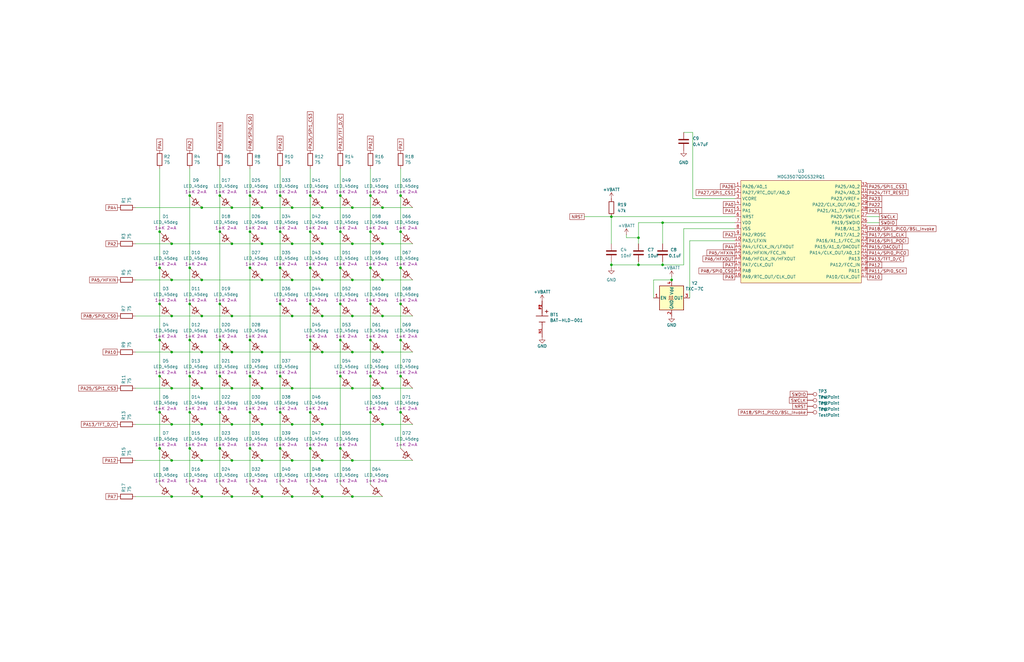
<source format=kicad_sch>
(kicad_sch (version 20250114) (generator "eeschema") (generator_version "9.0")
  (paper "USLedger")
  (junction (at 143.51 113.03))
  (junction (at 130.81 97.79))
  (junction (at 72.39 118.11))
  (junction (at 85.09 163.83))
  (junction (at 148.59 118.11))
  (junction (at 118.11 128.27))
  (junction (at 110.49 209.55))
  (junction (at 135.89 133.35))
  (junction (at 123.19 209.55))
  (junction (at 110.49 179.07))
  (junction (at 123.19 133.35))
  (junction (at 97.79 163.83))
  (junction (at 123.19 163.83))
  (junction (at 148.59 133.35))
  (junction (at 143.51 128.27))
  (junction (at 85.09 194.31))
  (junction (at 72.39 209.55))
  (junction (at 135.89 118.11))
  (junction (at 85.09 87.63))
  (junction (at 97.79 209.55))
  (junction (at 143.51 143.51))
  (junction (at 168.91 173.99))
  (junction (at 67.31 189.23))
  (junction (at 80.01 158.75))
  (junction (at 148.59 87.63))
  (junction (at 161.29 148.59))
  (junction (at 80.01 189.23))
  (junction (at 148.59 194.31))
  (junction (at 257.81 91.44))
  (junction (at 80.01 82.55))
  (junction (at 156.21 173.99))
  (junction (at 67.31 158.75))
  (junction (at 135.89 148.59))
  (junction (at 85.09 133.35))
  (junction (at 148.59 148.59))
  (junction (at 92.71 128.27))
  (junction (at 161.29 163.83))
  (junction (at 67.31 173.99))
  (junction (at 97.79 87.63))
  (junction (at 72.39 163.83))
  (junction (at 105.41 173.99))
  (junction (at 148.59 163.83))
  (junction (at 72.39 133.35))
  (junction (at 92.71 82.55))
  (junction (at 97.79 194.31))
  (junction (at 110.49 194.31))
  (junction (at 269.24 100.33))
  (junction (at 279.4 93.98))
  (junction (at 168.91 97.79))
  (junction (at 92.71 97.79))
  (junction (at 72.39 194.31))
  (junction (at 118.11 82.55))
  (junction (at 156.21 143.51))
  (junction (at 97.79 133.35))
  (junction (at 130.81 82.55))
  (junction (at 80.01 113.03))
  (junction (at 148.59 102.87))
  (junction (at 92.71 158.75))
  (junction (at 110.49 118.11))
  (junction (at 143.51 189.23))
  (junction (at 105.41 82.55))
  (junction (at 118.11 189.23))
  (junction (at 97.79 179.07))
  (junction (at 168.91 113.03))
  (junction (at 118.11 113.03))
  (junction (at 161.29 133.35))
  (junction (at 269.24 111.76))
  (junction (at 67.31 143.51))
  (junction (at 105.41 97.79))
  (junction (at 85.09 148.59))
  (junction (at 156.21 128.27))
  (junction (at 118.11 97.79))
  (junction (at 135.89 194.31))
  (junction (at 118.11 158.75))
  (junction (at 143.51 97.79))
  (junction (at 97.79 148.59))
  (junction (at 135.89 179.07))
  (junction (at 123.19 118.11))
  (junction (at 130.81 113.03))
  (junction (at 168.91 128.27))
  (junction (at 110.49 163.83))
  (junction (at 80.01 173.99))
  (junction (at 97.79 102.87))
  (junction (at 110.49 87.63))
  (junction (at 161.29 179.07))
  (junction (at 148.59 209.55))
  (junction (at 92.71 143.51))
  (junction (at 257.81 111.76))
  (junction (at 118.11 173.99))
  (junction (at 72.39 148.59))
  (junction (at 161.29 102.87))
  (junction (at 105.41 158.75))
  (junction (at 72.39 179.07))
  (junction (at 67.31 113.03))
  (junction (at 156.21 97.79))
  (junction (at 123.19 102.87))
  (junction (at 105.41 143.51))
  (junction (at 135.89 87.63))
  (junction (at 143.51 82.55))
  (junction (at 283.21 118.11))
  (junction (at 130.81 189.23))
  (junction (at 72.39 102.87))
  (junction (at 110.49 148.59))
  (junction (at 67.31 97.79))
  (junction (at 143.51 158.75))
  (junction (at 123.19 194.31))
  (junction (at 135.89 102.87))
  (junction (at 279.4 111.76))
  (junction (at 110.49 102.87))
  (junction (at 161.29 118.11))
  (junction (at 85.09 118.11))
  (junction (at 156.21 82.55))
  (junction (at 67.31 128.27))
  (junction (at 168.91 143.51))
  (junction (at 130.81 143.51))
  (junction (at 92.71 173.99))
  (junction (at 156.21 113.03))
  (junction (at 80.01 128.27))
  (junction (at 168.91 82.55))
  (junction (at 135.89 209.55))
  (junction (at 105.41 113.03))
  (junction (at 123.19 87.63))
  (junction (at 80.01 143.51))
  (junction (at 123.19 179.07))
  (junction (at 92.71 189.23))
  (junction (at 105.41 189.23))
  (junction (at 130.81 128.27))
  (junction (at 85.09 209.55))
  (junction (at 85.09 179.07))
  (junction (at 161.29 87.63))
  (junction (at 168.91 158.75))
  (junction (at 130.81 173.99))
  (junction (at 156.21 158.75))
  (wire (pts (xy 279.4 110.49) (xy 279.4 111.76)))
  (wire (pts (xy 72.39 163.83) (xy 85.09 163.83)))
  (wire (pts (xy 118.11 71.12) (xy 118.11 82.55)))
  (wire (pts (xy 161.29 163.83) (xy 173.99 163.83)))
  (wire (pts (xy 72.39 118.11) (xy 85.09 118.11)))
  (wire (pts (xy 92.71 128.27) (xy 92.71 143.51)))
  (wire (pts (xy 279.4 93.98) (xy 309.88 93.98)))
  (wire (pts (xy 123.19 87.63) (xy 135.89 87.63)))
  (wire (pts (xy 57.15 133.35) (xy 72.39 133.35)))
  (wire (pts (xy 143.51 158.75) (xy 143.51 189.23)))
  (wire (pts (xy 148.59 209.55) (xy 161.29 209.55)))
  (wire (pts (xy 269.24 93.98) (xy 279.4 93.98)))
  (wire (pts (xy 110.49 194.31) (xy 123.19 194.31)))
  (wire (pts (xy 110.49 87.63) (xy 123.19 87.63)))
  (wire (pts (xy 130.81 143.51) (xy 130.81 173.99)))
  (wire (pts (xy 57.15 209.55) (xy 72.39 209.55)))
  (wire (pts (xy 168.91 158.75) (xy 168.91 173.99)))
  (wire (pts (xy 72.39 133.35) (xy 85.09 133.35)))
  (wire (pts (xy 135.89 118.11) (xy 148.59 118.11)))
  (wire (pts (xy 57.15 163.83) (xy 72.39 163.83)))
  (wire (pts (xy 148.59 118.11) (xy 161.29 118.11)))
  (wire (pts (xy 275.59 125.73) (xy 275.59 118.11)))
  (wire (pts (xy 161.29 179.07) (xy 173.99 179.07)))
  (wire (pts (xy 123.19 209.55) (xy 135.89 209.55)))
  (wire (pts (xy 67.31 158.75) (xy 67.31 173.99)))
  (wire (pts (xy 161.29 102.87) (xy 173.99 102.87)))
  (wire (pts (xy 85.09 133.35) (xy 97.79 133.35)))
  (wire (pts (xy 67.31 173.99) (xy 67.31 189.23)))
  (wire (pts (xy 118.11 128.27) (xy 118.11 158.75)))
  (wire (pts (xy 156.21 97.79) (xy 156.21 113.03)))
  (wire (pts (xy 110.49 209.55) (xy 123.19 209.55)))
  (wire (pts (xy 123.19 133.35) (xy 135.89 133.35)))
  (wire (pts (xy 85.09 163.83) (xy 97.79 163.83)))
  (wire (pts (xy 156.21 158.75) (xy 156.21 173.99)))
  (wire (pts (xy 118.11 158.75) (xy 118.11 173.99)))
  (wire (pts (xy 80.01 173.99) (xy 80.01 189.23)))
  (wire (pts (xy 67.31 97.79) (xy 67.31 113.03)))
  (wire (pts (xy 92.71 82.55) (xy 92.71 97.79)))
  (wire (pts (xy 85.09 209.55) (xy 97.79 209.55)))
  (wire (pts (xy 105.41 158.75) (xy 105.41 173.99)))
  (wire (pts (xy 156.21 82.55) (xy 156.21 97.79)))
  (wire (pts (xy 135.89 194.31) (xy 148.59 194.31)))
  (wire (pts (xy 80.01 158.75) (xy 80.01 173.99)))
  (wire (pts (xy 72.39 194.31) (xy 85.09 194.31)))
  (wire (pts (xy 105.41 71.12) (xy 105.41 82.55)))
  (wire (pts (xy 67.31 128.27) (xy 67.31 143.51)))
  (wire (pts (xy 97.79 148.59) (xy 110.49 148.59)))
  (wire (pts (xy 92.71 97.79) (xy 92.71 128.27)))
  (wire (pts (xy 118.11 173.99) (xy 118.11 189.23)))
  (wire (pts (xy 288.29 111.76) (xy 279.4 111.76)))
  (wire (pts (xy 148.59 102.87) (xy 161.29 102.87)))
  (wire (pts (xy 130.81 71.12) (xy 130.81 82.55)))
  (wire (pts (xy 135.89 209.55) (xy 148.59 209.55)))
  (wire (pts (xy 85.09 87.63) (xy 97.79 87.63)))
  (wire (pts (xy 97.79 194.31) (xy 110.49 194.31)))
  (wire (pts (xy 92.71 158.75) (xy 92.71 173.99)))
  (wire (pts (xy 110.49 179.07) (xy 123.19 179.07)))
  (wire (pts (xy 92.71 173.99) (xy 92.71 189.23)))
  (wire (pts (xy 257.81 110.49) (xy 257.81 111.76)))
  (wire (pts (xy 110.49 118.11) (xy 123.19 118.11)))
  (wire (pts (xy 288.29 55.88) (xy 292.1 55.88)))
  (wire (pts (xy 156.21 128.27) (xy 156.21 143.51)))
  (wire (pts (xy 123.19 118.11) (xy 135.89 118.11)))
  (wire (pts (xy 143.51 189.23) (xy 143.51 204.47)))
  (wire (pts (xy 168.91 113.03) (xy 168.91 128.27)))
  (wire (pts (xy 156.21 113.03) (xy 156.21 128.27)))
  (wire (pts (xy 105.41 173.99) (xy 105.41 189.23)))
  (wire (pts (xy 168.91 173.99) (xy 168.91 189.23)))
  (wire (pts (xy 269.24 110.49) (xy 269.24 111.76)))
  (wire (pts (xy 80.01 82.55) (xy 80.01 113.03)))
  (wire (pts (xy 292.1 55.88) (xy 292.1 83.82)))
  (wire (pts (xy 257.81 91.44) (xy 309.88 91.44)))
  (wire (pts (xy 67.31 113.03) (xy 67.31 128.27)))
  (wire (pts (xy 57.15 87.63) (xy 85.09 87.63)))
  (wire (pts (xy 57.15 179.07) (xy 72.39 179.07)))
  (wire (pts (xy 135.89 102.87) (xy 148.59 102.87)))
  (wire (pts (xy 72.39 148.59) (xy 85.09 148.59)))
  (wire (pts (xy 279.4 93.98) (xy 279.4 102.87)))
  (wire (pts (xy 80.01 189.23) (xy 80.01 204.47)))
  (wire (pts (xy 92.71 143.51) (xy 92.71 158.75)))
  (wire (pts (xy 110.49 148.59) (xy 135.89 148.59)))
  (wire (pts (xy 161.29 118.11) (xy 173.99 118.11)))
  (wire (pts (xy 85.09 148.59) (xy 97.79 148.59)))
  (wire (pts (xy 168.91 82.55) (xy 168.91 97.79)))
  (wire (pts (xy 123.19 194.31) (xy 135.89 194.31)))
  (wire (pts (xy 130.81 82.55) (xy 130.81 97.79)))
  (wire (pts (xy 168.91 143.51) (xy 168.91 158.75)))
  (wire (pts (xy 283.21 116.84) (xy 283.21 118.11)))
  (wire (pts (xy 123.19 102.87) (xy 135.89 102.87)))
  (wire (pts (xy 67.31 143.51) (xy 67.31 158.75)))
  (wire (pts (xy 143.51 71.12) (xy 143.51 82.55)))
  (wire (pts (xy 130.81 128.27) (xy 130.81 143.51)))
  (wire (pts (xy 67.31 189.23) (xy 67.31 204.47)))
  (wire (pts (xy 97.79 179.07) (xy 110.49 179.07)))
  (wire (pts (xy 130.81 189.23) (xy 130.81 204.47)))
  (wire (pts (xy 105.41 189.23) (xy 105.41 204.47)))
  (wire (pts (xy 72.39 209.55) (xy 85.09 209.55)))
  (wire (pts (xy 288.29 96.52) (xy 288.29 111.76)))
  (wire (pts (xy 57.15 148.59) (xy 72.39 148.59)))
  (wire (pts (xy 97.79 209.55) (xy 110.49 209.55)))
  (wire (pts (xy 288.29 96.52) (xy 309.88 96.52)))
  (wire (pts (xy 105.41 82.55) (xy 105.41 97.79)))
  (wire (pts (xy 135.89 179.07) (xy 161.29 179.07)))
  (wire (pts (xy 57.15 102.87) (xy 72.39 102.87)))
  (wire (pts (xy 161.29 133.35) (xy 173.99 133.35)))
  (wire (pts (xy 148.59 87.63) (xy 161.29 87.63)))
  (wire (pts (xy 105.41 143.51) (xy 105.41 158.75)))
  (wire (pts (xy 168.91 71.12) (xy 168.91 82.55)))
  (wire (pts (xy 92.71 189.23) (xy 92.71 204.47)))
  (wire (pts (xy 161.29 148.59) (xy 173.99 148.59)))
  (wire (pts (xy 246.38 91.44) (xy 257.81 91.44)))
  (wire (pts (xy 269.24 93.98) (xy 269.24 100.33)))
  (wire (pts (xy 269.24 100.33) (xy 269.24 102.87)))
  (wire (pts (xy 92.71 71.12) (xy 92.71 82.55)))
  (wire (pts (xy 148.59 163.83) (xy 161.29 163.83)))
  (wire (pts (xy 130.81 113.03) (xy 130.81 128.27)))
  (wire (pts (xy 110.49 163.83) (xy 123.19 163.83)))
  (wire (pts (xy 85.09 194.31) (xy 97.79 194.31)))
  (wire (pts (xy 118.11 82.55) (xy 118.11 97.79)))
  (wire (pts (xy 143.51 143.51) (xy 143.51 158.75)))
  (wire (pts (xy 148.59 194.31) (xy 173.99 194.31)))
  (wire (pts (xy 168.91 128.27) (xy 168.91 143.51)))
  (wire (pts (xy 118.11 113.03) (xy 118.11 128.27)))
  (wire (pts (xy 97.79 133.35) (xy 123.19 133.35)))
  (wire (pts (xy 370.84 91.44) (xy 365.76 91.44)))
  (wire (pts (xy 130.81 173.99) (xy 130.81 189.23)))
  (wire (pts (xy 123.19 163.83) (xy 148.59 163.83)))
  (wire (pts (xy 80.01 143.51) (xy 80.01 158.75)))
  (wire (pts (xy 80.01 128.27) (xy 80.01 143.51)))
  (wire (pts (xy 168.91 97.79) (xy 168.91 113.03)))
  (wire (pts (xy 123.19 179.07) (xy 135.89 179.07)))
  (wire (pts (xy 110.49 102.87) (xy 123.19 102.87)))
  (wire (pts (xy 309.88 101.6) (xy 290.83 101.6)))
  (wire (pts (xy 130.81 97.79) (xy 130.81 113.03)))
  (wire (pts (xy 148.59 148.59) (xy 161.29 148.59)))
  (wire (pts (xy 292.1 83.82) (xy 309.88 83.82)))
  (wire (pts (xy 72.39 179.07) (xy 85.09 179.07)))
  (wire (pts (xy 97.79 87.63) (xy 110.49 87.63)))
  (wire (pts (xy 161.29 87.63) (xy 173.99 87.63)))
  (wire (pts (xy 72.39 102.87) (xy 97.79 102.87)))
  (wire (pts (xy 269.24 100.33) (xy 264.16 100.33)))
  (wire (pts (xy 105.41 97.79) (xy 105.41 113.03)))
  (wire (pts (xy 143.51 128.27) (xy 143.51 143.51)))
  (wire (pts (xy 290.83 101.6) (xy 290.83 125.73)))
  (wire (pts (xy 80.01 71.12) (xy 80.01 82.55)))
  (wire (pts (xy 105.41 113.03) (xy 105.41 143.51)))
  (wire (pts (xy 148.59 133.35) (xy 161.29 133.35)))
  (wire (pts (xy 257.81 111.76) (xy 257.81 113.03)))
  (wire (pts (xy 156.21 71.12) (xy 156.21 82.55)))
  (wire (pts (xy 156.21 143.51) (xy 156.21 158.75)))
  (wire (pts (xy 67.31 71.12) (xy 67.31 97.79)))
  (wire (pts (xy 97.79 163.83) (xy 110.49 163.83)))
  (wire (pts (xy 143.51 113.03) (xy 143.51 128.27)))
  (wire (pts (xy 143.51 97.79) (xy 143.51 113.03)))
  (wire (pts (xy 370.84 93.98) (xy 365.76 93.98)))
  (wire (pts (xy 97.79 102.87) (xy 110.49 102.87)))
  (wire (pts (xy 57.15 194.31) (xy 72.39 194.31)))
  (wire (pts (xy 118.11 189.23) (xy 118.11 204.47)))
  (wire (pts (xy 264.16 99.06) (xy 264.16 100.33)))
  (wire (pts (xy 135.89 148.59) (xy 148.59 148.59)))
  (wire (pts (xy 80.01 113.03) (xy 80.01 128.27)))
  (wire (pts (xy 279.4 111.76) (xy 269.24 111.76)))
  (wire (pts (xy 135.89 87.63) (xy 148.59 87.63)))
  (wire (pts (xy 85.09 118.11) (xy 110.49 118.11)))
  (wire (pts (xy 275.59 118.11) (xy 283.21 118.11)))
  (wire (pts (xy 143.51 82.55) (xy 143.51 97.79)))
  (wire (pts (xy 85.09 179.07) (xy 97.79 179.07)))
  (wire (pts (xy 118.11 97.79) (xy 118.11 113.03)))
  (wire (pts (xy 257.81 91.44) (xy 257.81 102.87)))
  (wire (pts (xy 156.21 173.99) (xy 156.21 204.47)))
  (wire (pts (xy 257.81 111.76) (xy 269.24 111.76)))
  (wire (pts (xy 135.89 133.35) (xy 148.59 133.35)))
  (wire (pts (xy 57.15 118.11) (xy 72.39 118.11)))
  (global_label "PA2" (shape passive) (at 309.88 99.06 180) (property "Intersheetrefs" "${INTERSHEET_REFS}" (effects (hide yes))))
  (global_label "PA8{slash}SPI0_CS0" (shape passive) (at 49.53 133.35 180) (property "Intersheetrefs" "${INTERSHEET_REFS}" (effects (hide yes))))
  (global_label "PA5{slash}HFXIN" (shape passive) (at 49.53 118.11 180) (property "Intersheetrefs" "${INTERSHEET_REFS}" (effects (hide yes))))
  (global_label "PA23" (shape passive) (at 365.76 83.82 0) (property "Intersheetrefs" "${INTERSHEET_REFS}" (effects (hide yes))))
  (global_label "PA4" (shape passive) (at 49.53 87.63 180) (property "Intersheetrefs" "${INTERSHEET_REFS}" (effects (hide yes))))
  (global_label "PA16{slash}SPI1_POCI" (shape passive) (at 365.76 101.6 0) (property "Intersheetrefs" "${INTERSHEET_REFS}" (effects (hide yes))))
  (global_label "PA13{slash}TFT_D{slash}C" (shape passive) (at 143.51 63.5 90) (property "Intersheetrefs" "${INTERSHEET_REFS}" (effects (hide yes))))
  (global_label "PA7" (shape passive) (at 309.88 111.76 180) (property "Intersheetrefs" "${INTERSHEET_REFS}" (effects (hide yes))))
  (global_label "PA5{slash}HFXIN" (shape passive) (at 309.88 106.68 180) (property "Intersheetrefs" "${INTERSHEET_REFS}" (effects (hide yes))))
  (global_label "PA12" (shape passive) (at 49.53 194.31 180) (property "Intersheetrefs" "${INTERSHEET_REFS}" (effects (hide yes))))
  (global_label "PA18{slash}SPI1_PICO{slash}BSL_Invoke" (shape passive) (at 340.36 173.99 180) (property "Intersheetrefs" "${INTERSHEET_REFS}" (effects (hide yes))))
  (global_label "SWCLK" (shape passive) (at 340.36 168.91 180) (property "Intersheetrefs" "${INTERSHEET_REFS}" (effects (hide yes))))
  (global_label "PA18{slash}SPI1_PICO{slash}BSL_Invoke" (shape passive) (at 365.76 96.52 0) (property "Intersheetrefs" "${INTERSHEET_REFS}" (effects (hide yes))))
  (global_label "PA25{slash}SPI1_CS3" (shape passive) (at 365.76 78.74 0) (property "Intersheetrefs" "${INTERSHEET_REFS}" (effects (hide yes))))
  (global_label "SWDIO" (shape passive) (at 370.84 93.98 0) (property "Intersheetrefs" "${INTERSHEET_REFS}" (effects (hide yes))))
  (global_label "PA1" (shape passive) (at 309.88 88.9 180) (property "Intersheetrefs" "${INTERSHEET_REFS}" (effects (hide yes))))
  (global_label "PA10" (shape passive) (at 49.53 148.59 180) (property "Intersheetrefs" "${INTERSHEET_REFS}" (effects (hide yes))))
  (global_label "PA10" (shape passive) (at 365.76 116.84 0) (property "Intersheetrefs" "${INTERSHEET_REFS}" (effects (hide yes))))
  (global_label "PA21" (shape passive) (at 365.76 88.9 0) (property "Intersheetrefs" "${INTERSHEET_REFS}" (effects (hide yes))))
  (global_label "PA13{slash}TFT_D{slash}C" (shape passive) (at 365.76 109.22 0) (property "Intersheetrefs" "${INTERSHEET_REFS}" (effects (hide yes))))
  (global_label "PA8{slash}SPI0_CS0" (shape passive) (at 309.88 114.3 180) (property "Intersheetrefs" "${INTERSHEET_REFS}" (effects (hide yes))))
  (global_label "PA25{slash}SPI1_CS3" (shape passive) (at 130.81 63.5 90) (property "Intersheetrefs" "${INTERSHEET_REFS}" (effects (hide yes))))
  (global_label "PA9" (shape passive) (at 309.88 116.84 180) (property "Intersheetrefs" "${INTERSHEET_REFS}" (effects (hide yes))))
  (global_label "PA8{slash}SPI0_CS0" (shape passive) (at 105.41 63.5 90) (property "Intersheetrefs" "${INTERSHEET_REFS}" (effects (hide yes))))
  (global_label "PA24{slash}TFT_RESET" (shape passive) (at 365.76 81.28 0) (property "Intersheetrefs" "${INTERSHEET_REFS}" (effects (hide yes))))
  (global_label "SWDIO" (shape passive) (at 340.36 166.37 180) (property "Intersheetrefs" "${INTERSHEET_REFS}" (effects (hide yes))))
  (global_label "NRST" (shape passive) (at 340.36 171.45 180) (property "Intersheetrefs" "${INTERSHEET_REFS}" (effects (hide yes))))
  (global_label "PA6{slash}HFXOUT" (shape passive) (at 309.88 109.22 180) (property "Intersheetrefs" "${INTERSHEET_REFS}" (effects (hide yes))))
  (global_label "PA2" (shape passive) (at 49.53 102.87 180) (property "Intersheetrefs" "${INTERSHEET_REFS}" (effects (hide yes))))
  (global_label "PA22" (shape passive) (at 365.76 86.36 0) (property "Intersheetrefs" "${INTERSHEET_REFS}" (effects (hide yes))))
  (global_label "PA14{slash}SPI0_PICO" (shape passive) (at 365.76 106.68 0) (property "Intersheetrefs" "${INTERSHEET_REFS}" (effects (hide yes))))
  (global_label "PA26" (shape passive) (at 309.88 78.74 180) (property "Intersheetrefs" "${INTERSHEET_REFS}" (effects (hide yes))))
  (global_label "PA17{slash}SPI1_CLK" (shape passive) (at 365.76 99.06 0) (property "Intersheetrefs" "${INTERSHEET_REFS}" (effects (hide yes))))
  (global_label "NRST" (shape passive) (at 246.38 91.44 180) (property "Intersheetrefs" "${INTERSHEET_REFS}" (effects (hide yes))))
  (global_label "PA12" (shape passive) (at 365.76 111.76 0) (property "Intersheetrefs" "${INTERSHEET_REFS}" (effects (hide yes))))
  (global_label "PA10" (shape passive) (at 118.11 63.5 90) (property "Intersheetrefs" "${INTERSHEET_REFS}" (effects (hide yes))))
  (global_label "PA25{slash}SPI1_CS3" (shape passive) (at 49.53 163.83 180) (property "Intersheetrefs" "${INTERSHEET_REFS}" (effects (hide yes))))
  (global_label "PA2" (shape passive) (at 80.01 63.5 90) (property "Intersheetrefs" "${INTERSHEET_REFS}" (effects (hide yes))))
  (global_label "PA13{slash}TFT_D{slash}C" (shape passive) (at 49.53 179.07 180) (property "Intersheetrefs" "${INTERSHEET_REFS}" (effects (hide yes))))
  (global_label "PA15{slash}DACOUT" (shape passive) (at 365.76 104.14 0) (property "Intersheetrefs" "${INTERSHEET_REFS}" (effects (hide yes))))
  (global_label "PA7" (shape passive) (at 168.91 63.5 90) (property "Intersheetrefs" "${INTERSHEET_REFS}" (effects (hide yes))))
  (global_label "SWCLK" (shape passive) (at 370.84 91.44 0) (property "Intersheetrefs" "${INTERSHEET_REFS}" (effects (hide yes))))
  (global_label "PA27{slash}SPI1_CS1" (shape passive) (at 309.88 81.28 180) (property "Intersheetrefs" "${INTERSHEET_REFS}" (effects (hide yes))))
  (global_label "PA12" (shape passive) (at 156.21 63.5 90) (property "Intersheetrefs" "${INTERSHEET_REFS}" (effects (hide yes))))
  (global_label "PA7" (shape passive) (at 49.53 209.55 180) (property "Intersheetrefs" "${INTERSHEET_REFS}" (effects (hide yes))))
  (global_label "PA4" (shape passive) (at 309.88 104.14 180) (property "Intersheetrefs" "${INTERSHEET_REFS}" (effects (hide yes))))
  (global_label "PA11{slash}SPI0_SCK" (shape passive) (at 365.76 114.3 0) (property "Intersheetrefs" "${INTERSHEET_REFS}" (effects (hide yes))))
  (global_label "PA0" (shape passive) (at 309.88 86.36 180) (property "Intersheetrefs" "${INTERSHEET_REFS}" (effects (hide yes))))
  (global_label "PA4" (shape passive) (at 67.31 63.5 90) (property "Intersheetrefs" "${INTERSHEET_REFS}" (effects (hide yes))))
  (global_label "PA5{slash}HFXIN" (shape passive) (at 92.71 63.5 90) (property "Intersheetrefs" "${INTERSHEET_REFS}" (effects (hide yes))))
  (symbol (lib_id "Device:LED_45deg") (at 69.85 100.33 0) (unit 1)
    (property "Reference" "D1" (at 69.85 91.3483 0))
    (property "Value" "LED_45deg" (at 69.85 93.7726 0))
    (property "Footprint" "LED_SMD:LED_0402_1005Metric_Pad0.77x0.64mm_HandSolder" (effects (hide yes)))
    (property "Description" "Light emitting diode, rotated by 45°" (effects (hide yes)))
    (property "Sim.Pins" "1=K 2=A" (at 69.85 96.1969 0))
  )
  (symbol (lib_id "Device:R") (at 118.11 67.31 180) (unit 1)
    (property "Reference" "R10" (at 119.888 66.0978 0) (effects (justify right)))
    (property "Value" "75" (at 119.888 68.5221 0) (effects (justify right)))
    (property "Footprint" "Resistor_SMD:R_0805_2012Metric_Pad1.20x1.40mm_HandSolder" (effects (hide yes)))
    (property "Description" "Resistor" (effects (hide yes)))
  )
  (symbol (lib_id "Device:R") (at 92.71 67.31 180) (unit 1)
    (property "Reference" "R6" (at 94.488 66.0978 0) (effects (justify right)))
    (property "Value" "75" (at 94.488 68.5221 0) (effects (justify right)))
    (property "Footprint" "Resistor_SMD:R_0805_2012Metric_Pad1.20x1.40mm_HandSolder" (effects (hide yes)))
    (property "Description" "Resistor" (effects (hide yes)))
  )
  (symbol (lib_id "Device:LED_45deg") (at 158.75 85.09 0) (unit 1)
    (property "Reference" "D57" (at 158.75 76.1083 0))
    (property "Value" "LED_45deg" (at 158.75 78.5326 0))
    (property "Footprint" "LED_SMD:LED_0402_1005Metric_Pad0.77x0.64mm_HandSolder" (effects (hide yes)))
    (property "Description" "Light emitting diode, rotated by 45°" (effects (hide yes)))
    (property "Sim.Pins" "1=K 2=A" (at 158.75 80.9569 0))
  )
  (symbol (lib_id "Device:LED_45deg") (at 95.25 85.09 0) (unit 1)
    (property "Reference" "D17" (at 95.25 76.1083 0))
    (property "Value" "LED_45deg" (at 95.25 78.5326 0))
    (property "Footprint" "LED_SMD:LED_0402_1005Metric_Pad0.77x0.64mm_HandSolder" (effects (hide yes)))
    (property "Description" "Light emitting diode, rotated by 45°" (effects (hide yes)))
    (property "Sim.Pins" "1=K 2=A" (at 95.25 80.9569 0))
  )
  (symbol (lib_id "Device:LED_45deg") (at 82.55 130.81 0) (unit 1)
    (property "Reference" "D11" (at 82.55 121.8283 0))
    (property "Value" "LED_45deg" (at 82.55 124.2526 0))
    (property "Footprint" "LED_SMD:LED_0402_1005Metric_Pad0.77x0.64mm_HandSolder" (effects (hide yes)))
    (property "Description" "Light emitting diode, rotated by 45°" (effects (hide yes)))
    (property "Sim.Pins" "1=K 2=A" (at 82.55 126.6769 0))
  )
  (symbol (lib_id "Device:LED_45deg") (at 158.75 161.29 0) (unit 1)
    (property "Reference" "D62" (at 158.75 152.3083 0))
    (property "Value" "LED_45deg" (at 158.75 154.7326 0))
    (property "Footprint" "LED_SMD:LED_0402_1005Metric_Pad0.77x0.64mm_HandSolder" (effects (hide yes)))
    (property "Description" "Light emitting diode, rotated by 45°" (effects (hide yes)))
    (property "Sim.Pins" "1=K 2=A" (at 158.75 157.1569 0))
  )
  (symbol (lib_id "Device:LED_45deg") (at 133.35 207.01 0) (unit 1)
    (property "Reference" "D48" (at 133.35 198.0283 0))
    (property "Value" "LED_45deg" (at 133.35 200.4526 0))
    (property "Footprint" "LED_SMD:LED_0402_1005Metric_Pad0.77x0.64mm_HandSolder" (effects (hide yes)))
    (property "Description" "Light emitting diode, rotated by 45°" (effects (hide yes)))
    (property "Sim.Pins" "1=K 2=A" (at 133.35 202.8769 0))
  )
  (symbol (lib_id "Device:LED_45deg") (at 107.95 191.77 0) (unit 1)
    (property "Reference" "D31" (at 107.95 182.7883 0))
    (property "Value" "LED_45deg" (at 107.95 185.2126 0))
    (property "Footprint" "LED_SMD:LED_0402_1005Metric_Pad0.77x0.64mm_HandSolder" (effects (hide yes)))
    (property "Description" "Light emitting diode, rotated by 45°" (effects (hide yes)))
    (property "Sim.Pins" "1=K 2=A" (at 107.95 187.6369 0))
  )
  (symbol (lib_id "Device:LED_45deg") (at 158.75 176.53 0) (unit 1)
    (property "Reference" "D63" (at 158.75 167.5483 0))
    (property "Value" "LED_45deg" (at 158.75 169.9726 0))
    (property "Footprint" "LED_SMD:LED_0402_1005Metric_Pad0.77x0.64mm_HandSolder" (effects (hide yes)))
    (property "Description" "Light emitting diode, rotated by 45°" (effects (hide yes)))
    (property "Sim.Pins" "1=K 2=A" (at 158.75 172.3969 0))
  )
  (symbol (lib_id "Device:LED_45deg") (at 82.55 191.77 0) (unit 1)
    (property "Reference" "D15" (at 82.55 182.7883 0))
    (property "Value" "LED_45deg" (at 82.55 185.2126 0))
    (property "Footprint" "LED_SMD:LED_0402_1005Metric_Pad0.77x0.64mm_HandSolder" (effects (hide yes)))
    (property "Description" "Light emitting diode, rotated by 45°" (effects (hide yes)))
    (property "Sim.Pins" "1=K 2=A" (at 82.55 187.6369 0))
  )
  (symbol (lib_id "Device:LED_45deg") (at 107.95 161.29 0) (unit 1)
    (property "Reference" "D29" (at 107.95 152.3083 0))
    (property "Value" "LED_45deg" (at 107.95 154.7326 0))
    (property "Footprint" "LED_SMD:LED_0402_1005Metric_Pad0.77x0.64mm_HandSolder" (effects (hide yes)))
    (property "Description" "Light emitting diode, rotated by 45°" (effects (hide yes)))
    (property "Sim.Pins" "1=K 2=A" (at 107.95 157.1569 0))
  )
  (symbol (lib_id "Device:LED_45deg") (at 171.45 161.29 0) (unit 1)
    (property "Reference" "D70" (at 171.45 152.3083 0))
    (property "Value" "LED_45deg" (at 171.45 154.7326 0))
    (property "Footprint" "LED_SMD:LED_0402_1005Metric_Pad0.77x0.64mm_HandSolder" (effects (hide yes)))
    (property "Description" "Light emitting diode, rotated by 45°" (effects (hide yes)))
    (property "Sim.Pins" "1=K 2=A" (at 171.45 157.1569 0))
  )
  (symbol (lib_id "Device:LED_45deg") (at 120.65 115.57 0) (unit 1)
    (property "Reference" "D35" (at 120.65 106.5883 0))
    (property "Value" "LED_45deg" (at 120.65 109.0126 0))
    (property "Footprint" "LED_SMD:LED_0402_1005Metric_Pad0.77x0.64mm_HandSolder" (effects (hide yes)))
    (property "Description" "Light emitting diode, rotated by 45°" (effects (hide yes)))
    (property "Sim.Pins" "1=K 2=A" (at 120.65 111.4369 0))
  )
  (symbol (lib_id "Connector:TestPoint") (at 340.36 173.99 270) (unit 1)
    (property "Reference" "TP6" (at 345.059 172.7778 90) (effects (justify left)))
    (property "Value" "TestPoint" (at 345.059 175.2021 90) (effects (justify left)))
    (property "Footprint" "TestPoint:TestPoint_Pad_D1.0mm" (effects (hide yes)))
    (property "Description" "test point" (effects (hide yes)))
  )
  (symbol (lib_id "power:+3V3") (at 283.21 116.84 0) (unit 1)
    (property "Reference" "#PWR02" (effects (hide yes)))
    (property "Value" "+VBATT" (at 283.21 113.03 0))
  )
  (symbol (lib_id "Device:C") (at 279.4 106.68 0) (unit 1)
    (property "Reference" "C8" (at 282.702 105.41 0) (effects (justify left)))
    (property "Value" "0.1uF" (at 281.94 107.95 0) (effects (justify left)))
    (property "Footprint" "Capacitor_SMD:C_0805_2012Metric_Pad1.18x1.45mm_HandSolder" (effects (hide yes)))
    (property "Description" "Unpolarized capacitor" (effects (hide yes)))
  )
  (symbol (lib_id "Device:R") (at 168.91 67.31 180) (unit 1)
    (property "Reference" "R18" (at 170.688 66.0978 0) (effects (justify right)))
    (property "Value" "75" (at 170.688 68.5221 0) (effects (justify right)))
    (property "Footprint" "Resistor_SMD:R_0805_2012Metric_Pad1.20x1.40mm_HandSolder" (effects (hide yes)))
    (property "Description" "Resistor" (effects (hide yes)))
  )
  (symbol (lib_id "Device:LED_45deg") (at 133.35 130.81 0) (unit 1)
    (property "Reference" "D44" (at 133.35 121.8283 0))
    (property "Value" "LED_45deg" (at 133.35 124.2526 0))
    (property "Footprint" "LED_SMD:LED_0402_1005Metric_Pad0.77x0.64mm_HandSolder" (effects (hide yes)))
    (property "Description" "Light emitting diode, rotated by 45°" (effects (hide yes)))
    (property "Sim.Pins" "1=K 2=A" (at 133.35 126.6769 0))
  )
  (symbol (lib_id "Device:LED_45deg") (at 69.85 207.01 0) (unit 1)
    (property "Reference" "D8" (at 69.85 198.0283 0))
    (property "Value" "LED_45deg" (at 69.85 200.4526 0))
    (property "Footprint" "LED_SMD:LED_0402_1005Metric_Pad0.77x0.64mm_HandSolder" (effects (hide yes)))
    (property "Description" "Light emitting diode, rotated by 45°" (effects (hide yes)))
    (property "Sim.Pins" "1=K 2=A" (at 69.85 202.8769 0))
  )
  (symbol (lib_id "Device:C") (at 257.81 106.68 0) (unit 1)
    (property "Reference" "C4" (at 261.62 105.4099 0) (effects (justify left)))
    (property "Value" "10nF" (at 261.62 107.9499 0) (effects (justify left)))
    (property "Footprint" "Capacitor_SMD:C_0805_2012Metric_Pad1.18x1.45mm_HandSolder" (effects (hide yes)))
    (property "Description" "Unpolarized capacitor" (effects (hide yes)))
  )
  (symbol (lib_id "Device:LED_45deg") (at 171.45 100.33 0) (unit 1)
    (property "Reference" "D66" (at 171.45 91.3483 0))
    (property "Value" "LED_45deg" (at 171.45 93.7726 0))
    (property "Footprint" "LED_SMD:LED_0402_1005Metric_Pad0.77x0.64mm_HandSolder" (effects (hide yes)))
    (property "Description" "Light emitting diode, rotated by 45°" (effects (hide yes)))
    (property "Sim.Pins" "1=K 2=A" (at 171.45 96.1969 0))
  )
  (symbol (lib_id "Device:LED_45deg") (at 120.65 191.77 0) (unit 1)
    (property "Reference" "D39" (at 120.65 182.7883 0))
    (property "Value" "LED_45deg" (at 120.65 185.2126 0))
    (property "Footprint" "LED_SMD:LED_0402_1005Metric_Pad0.77x0.64mm_HandSolder" (effects (hide yes)))
    (property "Description" "Light emitting diode, rotated by 45°" (effects (hide yes)))
    (property "Sim.Pins" "1=K 2=A" (at 120.65 187.6369 0))
  )
  (symbol (lib_id "Device:LED_45deg") (at 120.65 161.29 0) (unit 1)
    (property "Reference" "D37" (at 120.65 152.3083 0))
    (property "Value" "LED_45deg" (at 120.65 154.7326 0))
    (property "Footprint" "LED_SMD:LED_0402_1005Metric_Pad0.77x0.64mm_HandSolder" (effects (hide yes)))
    (property "Description" "Light emitting diode, rotated by 45°" (effects (hide yes)))
    (property "Sim.Pins" "1=K 2=A" (at 120.65 157.1569 0))
  )
  (symbol (lib_id "Device:LED_45deg") (at 69.85 161.29 0) (unit 1)
    (property "Reference" "D5" (at 69.85 152.3083 0))
    (property "Value" "LED_45deg" (at 69.85 154.7326 0))
    (property "Footprint" "LED_SMD:LED_0402_1005Metric_Pad0.77x0.64mm_HandSolder" (effects (hide yes)))
    (property "Description" "Light emitting diode, rotated by 45°" (effects (hide yes)))
    (property "Sim.Pins" "1=K 2=A" (at 69.85 157.1569 0))
  )
  (symbol (lib_id "Device:R") (at 53.34 163.83 90) (unit 1)
    (property "Reference" "R11" (at 52.1278 162.052 0) (effects (justify left)))
    (property "Value" "75" (at 54.5521 162.052 0) (effects (justify left)))
    (property "Footprint" "Resistor_SMD:R_0805_2012Metric_Pad1.20x1.40mm_HandSolder" (effects (hide yes)))
    (property "Description" "Resistor" (effects (hide yes)))
  )
  (symbol (lib_id "Device:LED_45deg") (at 171.45 191.77 0) (unit 1)
    (property "Reference" "D72" (at 171.45 182.7883 0))
    (property "Value" "LED_45deg" (at 171.45 185.2126 0))
    (property "Footprint" "LED_SMD:LED_0402_1005Metric_Pad0.77x0.64mm_HandSolder" (effects (hide yes)))
    (property "Description" "Light emitting diode, rotated by 45°" (effects (hide yes)))
    (property "Sim.Pins" "1=K 2=A" (at 171.45 187.6369 0))
  )
  (symbol (lib_id "Device:LED_45deg") (at 171.45 85.09 0) (unit 1)
    (property "Reference" "D65" (at 171.45 76.1083 0))
    (property "Value" "LED_45deg" (at 171.45 78.5326 0))
    (property "Footprint" "LED_SMD:LED_0402_1005Metric_Pad0.77x0.64mm_HandSolder" (effects (hide yes)))
    (property "Description" "Light emitting diode, rotated by 45°" (effects (hide yes)))
    (property "Sim.Pins" "1=K 2=A" (at 171.45 80.9569 0))
  )
  (symbol (lib_id "power:GND") (at 257.81 113.03 0) (unit 1)
    (property "Reference" "#PWR016" (effects (hide yes)))
    (property "Value" "GND" (at 257.81 118.11 0))
    (property "Description" "Power symbol creates a global label with name \"GND\" , ground" (effects (hide yes)))
  )
  (symbol (lib_id "Device:LED_45deg") (at 120.65 207.01 0) (unit 1)
    (property "Reference" "D40" (at 120.65 198.0283 0))
    (property "Value" "LED_45deg" (at 120.65 200.4526 0))
    (property "Footprint" "LED_SMD:LED_0402_1005Metric_Pad0.77x0.64mm_HandSolder" (effects (hide yes)))
    (property "Description" "Light emitting diode, rotated by 45°" (effects (hide yes)))
    (property "Sim.Pins" "1=K 2=A" (at 120.65 202.8769 0))
  )
  (symbol (lib_id "Device:R") (at 156.21 67.31 180) (unit 1)
    (property "Reference" "R16" (at 157.988 66.0978 0) (effects (justify right)))
    (property "Value" "75" (at 157.988 68.5221 0) (effects (justify right)))
    (property "Footprint" "Resistor_SMD:R_0805_2012Metric_Pad1.20x1.40mm_HandSolder" (effects (hide yes)))
    (property "Description" "Resistor" (effects (hide yes)))
  )
  (symbol (lib_id "Device:C") (at 288.29 59.69 0) (unit 1)
    (property "Reference" "C9" (at 292.1 58.4199 0) (effects (justify left)))
    (property "Value" "0.47uF" (at 292.1 60.9599 0) (effects (justify left)))
    (property "Footprint" "Capacitor_SMD:C_0805_2012Metric_Pad1.18x1.45mm_HandSolder" (effects (hide yes)))
    (property "Description" "Unpolarized capacitor" (effects (hide yes)))
  )
  (symbol (lib_id "Device:LED_45deg") (at 107.95 85.09 0) (unit 1)
    (property "Reference" "D25" (at 107.95 76.1083 0))
    (property "Value" "LED_45deg" (at 107.95 78.5326 0))
    (property "Footprint" "LED_SMD:LED_0402_1005Metric_Pad0.77x0.64mm_HandSolder" (effects (hide yes)))
    (property "Description" "Light emitting diode, rotated by 45°" (effects (hide yes)))
    (property "Sim.Pins" "1=K 2=A" (at 107.95 80.9569 0))
  )
  (symbol (lib_id "Device:LED_45deg") (at 133.35 85.09 0) (unit 1)
    (property "Reference" "D41" (at 133.35 76.1083 0))
    (property "Value" "LED_45deg" (at 133.35 78.5326 0))
    (property "Footprint" "LED_SMD:LED_0402_1005Metric_Pad0.77x0.64mm_HandSolder" (effects (hide yes)))
    (property "Description" "Light emitting diode, rotated by 45°" (effects (hide yes)))
    (property "Sim.Pins" "1=K 2=A" (at 133.35 80.9569 0))
  )
  (symbol (lib_id "Device:R") (at 143.51 67.31 180) (unit 1)
    (property "Reference" "R14" (at 145.288 66.0978 0) (effects (justify right)))
    (property "Value" "75" (at 145.288 68.5221 0) (effects (justify right)))
    (property "Footprint" "Resistor_SMD:R_0805_2012Metric_Pad1.20x1.40mm_HandSolder" (effects (hide yes)))
    (property "Description" "Resistor" (effects (hide yes)))
  )
  (symbol (lib_id "Device:R") (at 67.31 67.31 180) (unit 1)
    (property "Reference" "R2" (at 69.088 66.0978 0) (effects (justify right)))
    (property "Value" "75" (at 69.088 68.5221 0) (effects (justify right)))
    (property "Footprint" "Resistor_SMD:R_0805_2012Metric_Pad1.20x1.40mm_HandSolder" (effects (hide yes)))
    (property "Description" "Resistor" (effects (hide yes)))
  )
  (symbol (lib_id "Device:LED_45deg") (at 146.05 85.09 0) (unit 1)
    (property "Reference" "D49" (at 146.05 76.1083 0))
    (property "Value" "LED_45deg" (at 146.05 78.5326 0))
    (property "Footprint" "LED_SMD:LED_0402_1005Metric_Pad0.77x0.64mm_HandSolder" (effects (hide yes)))
    (property "Description" "Light emitting diode, rotated by 45°" (effects (hide yes)))
    (property "Sim.Pins" "1=K 2=A" (at 146.05 80.9569 0))
  )
  (symbol (lib_id "power:GND") (at 228.6 142.24 0) (unit 1)
    (property "Reference" "#PWR09" (effects (hide yes)))
    (property "Value" "GND" (at 228.6 146.05 0))
    (property "Description" "Power symbol creates a global label with name \"GND\" , ground" (effects (hide yes)))
  )
  (symbol (lib_id "Device:R") (at 130.81 67.31 180) (unit 1)
    (property "Reference" "R12" (at 132.588 66.0978 0) (effects (justify right)))
    (property "Value" "75" (at 132.588 68.5221 0) (effects (justify right)))
    (property "Footprint" "Resistor_SMD:R_0805_2012Metric_Pad1.20x1.40mm_HandSolder" (effects (hide yes)))
    (property "Description" "Resistor" (effects (hide yes)))
  )
  (symbol (lib_id "Device:R") (at 53.34 179.07 90) (unit 1)
    (property "Reference" "R13" (at 52.1278 177.292 0) (effects (justify left)))
    (property "Value" "75" (at 54.5521 177.292 0) (effects (justify left)))
    (property "Footprint" "Resistor_SMD:R_0805_2012Metric_Pad1.20x1.40mm_HandSolder" (effects (hide yes)))
    (property "Description" "Resistor" (effects (hide yes)))
  )
  (symbol (lib_id "Connector:TestPoint") (at 340.36 171.45 270) (unit 1)
    (property "Reference" "TP5" (at 345.059 170.2378 90) (effects (justify left)))
    (property "Value" "TestPoint" (at 345.059 172.6621 90) (effects (justify left)))
    (property "Footprint" "TestPoint:TestPoint_Pad_D1.0mm" (effects (hide yes)))
    (property "Description" "test point" (effects (hide yes)))
  )
  (symbol (lib_id "power:GND") (at 283.21 133.35 0) (unit 1)
    (property "Reference" "#PWR021" (effects (hide yes)))
    (property "Value" "GND" (at 283.21 137.16 0))
    (property "Description" "Power symbol creates a global label with name \"GND\" , ground" (effects (hide yes)))
  )
  (symbol (lib_id "Device:LED_45deg") (at 69.85 191.77 0) (unit 1)
    (property "Reference" "D7" (at 69.85 182.7883 0))
    (property "Value" "LED_45deg" (at 69.85 185.2126 0))
    (property "Footprint" "LED_SMD:LED_0402_1005Metric_Pad0.77x0.64mm_HandSolder" (effects (hide yes)))
    (property "Description" "Light emitting diode, rotated by 45°" (effects (hide yes)))
    (property "Sim.Pins" "1=K 2=A" (at 69.85 187.6369 0))
  )
  (symbol (lib_id "Device:LED_45deg") (at 146.05 161.29 0) (unit 1)
    (property "Reference" "D54" (at 146.05 152.3083 0))
    (property "Value" "LED_45deg" (at 146.05 154.7326 0))
    (property "Footprint" "LED_SMD:LED_0402_1005Metric_Pad0.77x0.64mm_HandSolder" (effects (hide yes)))
    (property "Description" "Light emitting diode, rotated by 45°" (effects (hide yes)))
    (property "Sim.Pins" "1=K 2=A" (at 146.05 157.1569 0))
  )
  (symbol (lib_id "Device:LED_45deg") (at 133.35 146.05 0) (unit 1)
    (property "Reference" "D45" (at 133.35 137.0683 0))
    (property "Value" "LED_45deg" (at 133.35 139.4926 0))
    (property "Footprint" "LED_SMD:LED_0402_1005Metric_Pad0.77x0.64mm_HandSolder" (effects (hide yes)))
    (property "Description" "Light emitting diode, rotated by 45°" (effects (hide yes)))
    (property "Sim.Pins" "1=K 2=A" (at 133.35 141.9169 0))
  )
  (symbol (lib_id "Device:LED_45deg") (at 107.95 115.57 0) (unit 1)
    (property "Reference" "D27" (at 107.95 106.5883 0))
    (property "Value" "LED_45deg" (at 107.95 109.0126 0))
    (property "Footprint" "LED_SMD:LED_0402_1005Metric_Pad0.77x0.64mm_HandSolder" (effects (hide yes)))
    (property "Description" "Light emitting diode, rotated by 45°" (effects (hide yes)))
    (property "Sim.Pins" "1=K 2=A" (at 107.95 111.4369 0))
  )
  (symbol (lib_id "Device:LED_45deg") (at 107.95 146.05 0) (unit 1)
    (property "Reference" "D28" (at 107.95 137.0683 0))
    (property "Value" "LED_45deg" (at 107.95 139.4926 0))
    (property "Footprint" "LED_SMD:LED_0402_1005Metric_Pad0.77x0.64mm_HandSolder" (effects (hide yes)))
    (property "Description" "Light emitting diode, rotated by 45°" (effects (hide yes)))
    (property "Sim.Pins" "1=K 2=A" (at 107.95 141.9169 0))
  )
  (symbol (lib_id "Device:LED_45deg") (at 158.75 146.05 0) (unit 1)
    (property "Reference" "D61" (at 158.75 137.0683 0))
    (property "Value" "LED_45deg" (at 158.75 139.4926 0))
    (property "Footprint" "LED_SMD:LED_0402_1005Metric_Pad0.77x0.64mm_HandSolder" (effects (hide yes)))
    (property "Description" "Light emitting diode, rotated by 45°" (effects (hide yes)))
    (property "Sim.Pins" "1=K 2=A" (at 158.75 141.9169 0))
  )
  (symbol (lib_id "Device:LED_45deg") (at 107.95 176.53 0) (unit 1)
    (property "Reference" "D30" (at 107.95 167.5483 0))
    (property "Value" "LED_45deg" (at 107.95 169.9726 0))
    (property "Footprint" "LED_SMD:LED_0402_1005Metric_Pad0.77x0.64mm_HandSolder" (effects (hide yes)))
    (property "Description" "Light emitting diode, rotated by 45°" (effects (hide yes)))
    (property "Sim.Pins" "1=K 2=A" (at 107.95 172.3969 0))
  )
  (symbol (lib_id "Device:C") (at 269.24 106.68 0) (unit 1)
    (property "Reference" "C7" (at 273.05 105.4099 0) (effects (justify left)))
    (property "Value" "10uF" (at 273.05 107.9499 0) (effects (justify left)))
    (property "Footprint" "Capacitor_SMD:C_0805_2012Metric_Pad1.18x1.45mm_HandSolder" (effects (hide yes)))
    (property "Description" "Unpolarized capacitor" (effects (hide yes)))
  )
  (symbol (lib_id "Device:LED_45deg") (at 69.85 146.05 0) (unit 1)
    (property "Reference" "D4" (at 69.85 137.0683 0))
    (property "Value" "LED_45deg" (at 69.85 139.4926 0))
    (property "Footprint" "LED_SMD:LED_0402_1005Metric_Pad0.77x0.64mm_HandSolder" (effects (hide yes)))
    (property "Description" "Light emitting diode, rotated by 45°" (effects (hide yes)))
    (property "Sim.Pins" "1=K 2=A" (at 69.85 141.9169 0))
  )
  (symbol (lib_id "Device:R") (at 53.34 87.63 90) (unit 1)
    (property "Reference" "R1" (at 52.1278 85.852 0) (effects (justify left)))
    (property "Value" "75" (at 54.5521 85.852 0) (effects (justify left)))
    (property "Footprint" "Resistor_SMD:R_0805_2012Metric_Pad1.20x1.40mm_HandSolder" (effects (hide yes)))
    (property "Description" "Resistor" (effects (hide yes)))
  )
  (symbol (lib_id "Device:LED_45deg") (at 95.25 176.53 0) (unit 1)
    (property "Reference" "D22" (at 95.25 167.5483 0))
    (property "Value" "LED_45deg" (at 95.25 169.9726 0))
    (property "Footprint" "LED_SMD:LED_0402_1005Metric_Pad0.77x0.64mm_HandSolder" (effects (hide yes)))
    (property "Description" "Light emitting diode, rotated by 45°" (effects (hide yes)))
    (property "Sim.Pins" "1=K 2=A" (at 95.25 172.3969 0))
  )
  (symbol (lib_id "Device:LED_45deg") (at 171.45 115.57 0) (unit 1)
    (property "Reference" "D67" (at 171.45 106.5883 0))
    (property "Value" "LED_45deg" (at 171.45 109.0126 0))
    (property "Footprint" "LED_SMD:LED_0402_1005Metric_Pad0.77x0.64mm_HandSolder" (effects (hide yes)))
    (property "Description" "Light emitting diode, rotated by 45°" (effects (hide yes)))
    (property "Sim.Pins" "1=K 2=A" (at 171.45 111.4369 0))
  )
  (symbol (lib_id "Device:LED_45deg") (at 146.05 191.77 0) (unit 1)
    (property "Reference" "D55" (at 146.05 182.7883 0))
    (property "Value" "LED_45deg" (at 146.05 185.2126 0))
    (property "Footprint" "LED_SMD:LED_0402_1005Metric_Pad0.77x0.64mm_HandSolder" (effects (hide yes)))
    (property "Description" "Light emitting diode, rotated by 45°" (effects (hide yes)))
    (property "Sim.Pins" "1=K 2=A" (at 146.05 187.6369 0))
  )
  (symbol (lib_id "Connector:TestPoint") (at 340.36 166.37 270) (unit 1)
    (property "Reference" "TP3" (at 345.059 165.1578 90) (effects (justify left)))
    (property "Value" "TestPoint" (at 345.059 167.5821 90) (effects (justify left)))
    (property "Footprint" "TestPoint:TestPoint_Pad_D1.0mm" (effects (hide yes)))
    (property "Description" "test point" (effects (hide yes)))
  )
  (symbol (lib_id "Device:LED_45deg") (at 171.45 130.81 0) (unit 1)
    (property "Reference" "D68" (at 171.45 121.8283 0))
    (property "Value" "LED_45deg" (at 171.45 124.2526 0))
    (property "Footprint" "LED_SMD:LED_0402_1005Metric_Pad0.77x0.64mm_HandSolder" (effects (hide yes)))
    (property "Description" "Light emitting diode, rotated by 45°" (effects (hide yes)))
    (property "Sim.Pins" "1=K 2=A" (at 171.45 126.6769 0))
  )
  (symbol (lib_id "Device:R") (at 53.34 148.59 90) (unit 1)
    (property "Reference" "R9" (at 52.1278 146.812 0) (effects (justify left)))
    (property "Value" "75" (at 54.5521 146.812 0) (effects (justify left)))
    (property "Footprint" "Resistor_SMD:R_0805_2012Metric_Pad1.20x1.40mm_HandSolder" (effects (hide yes)))
    (property "Description" "Resistor" (effects (hide yes)))
  )
  (symbol (lib_id "Device:LED_45deg") (at 133.35 100.33 0) (unit 1)
    (property "Reference" "D42" (at 133.35 91.3483 0))
    (property "Value" "LED_45deg" (at 133.35 93.7726 0))
    (property "Footprint" "LED_SMD:LED_0402_1005Metric_Pad0.77x0.64mm_HandSolder" (effects (hide yes)))
    (property "Description" "Light emitting diode, rotated by 45°" (effects (hide yes)))
    (property "Sim.Pins" "1=K 2=A" (at 133.35 96.1969 0))
  )
  (symbol (lib_id "Device:LED_45deg") (at 69.85 130.81 0) (unit 1)
    (property "Reference" "D3" (at 69.85 121.8283 0))
    (property "Value" "LED_45deg" (at 69.85 124.2526 0))
    (property "Footprint" "LED_SMD:LED_0402_1005Metric_Pad0.77x0.64mm_HandSolder" (effects (hide yes)))
    (property "Description" "Light emitting diode, rotated by 45°" (effects (hide yes)))
    (property "Sim.Pins" "1=K 2=A" (at 69.85 126.6769 0))
  )
  (symbol (lib_id "Device:LED_45deg") (at 146.05 130.81 0) (unit 1)
    (property "Reference" "D52" (at 146.05 121.8283 0))
    (property "Value" "LED_45deg" (at 146.05 124.2526 0))
    (property "Footprint" "LED_SMD:LED_0402_1005Metric_Pad0.77x0.64mm_HandSolder" (effects (hide yes)))
    (property "Description" "Light emitting diode, rotated by 45°" (effects (hide yes)))
    (property "Sim.Pins" "1=K 2=A" (at 146.05 126.6769 0))
  )
  (symbol (lib_id "Oscillator:TXC-7C") (at 283.21 125.73 0) (unit 1)
    (property "Reference" "Y2" (at 292.9127 119.4834 0))
    (property "Value" "TXC-7C" (at 292.9127 121.9077 0))
    (property "Footprint" "Oscillator:Oscillator_SMD_Abracon_ASE-4Pin_3.2x2.5mm_HandSoldering" (effects (hide yes)))
    (property "Datasheet" "http://www.txccorp.com/download/products/osc/7C_o.pdf" (effects (hide yes)))
    (property "Description" "CMOS SMD Crystal Clock Oscillator, TXC" (effects (hide yes)))
  )
  (symbol (lib_id "ECE445L:M0G3507QDGS32RQ1") (at 322.58 78.74 0) (unit 1)
    (property "Reference" "U3" (at 337.82 72.1825 0))
    (property "Value" "M0G3507QDGS32RQ1" (at 337.82 74.6068 0))
    (property "Footprint" "led_watch:generic_VSSOP_0.5mm" (effects (hide yes)))
    (property "Datasheet" "https://www.ti.com/lit/ds/symlink/mspm0g3507-q1.pdf?ts=1726224116300&ref_url=https%253A%252F%252Fwww.ti.com%252Fproduct%252FMSPM0G3507-Q1" (effects (hide yes)))
  )
  (symbol (lib_id "Device:LED_45deg") (at 120.65 85.09 0) (unit 1)
    (property "Reference" "D33" (at 120.65 76.1083 0))
    (property "Value" "LED_45deg" (at 120.65 78.5326 0))
    (property "Footprint" "LED_SMD:LED_0402_1005Metric_Pad0.77x0.64mm_HandSolder" (effects (hide yes)))
    (property "Description" "Light emitting diode, rotated by 45°" (effects (hide yes)))
    (property "Sim.Pins" "1=K 2=A" (at 120.65 80.9569 0))
  )
  (symbol (lib_id "Connector:TestPoint") (at 340.36 168.91 270) (unit 1)
    (property "Reference" "TP4" (at 345.059 167.6978 90) (effects (justify left)))
    (property "Value" "TestPoint" (at 345.059 170.1221 90) (effects (justify left)))
    (property "Footprint" "TestPoint:TestPoint_Pad_D1.0mm" (effects (hide yes)))
    (property "Description" "test point" (effects (hide yes)))
  )
  (symbol (lib_id "power:+3V3") (at 264.16 99.06 0) (unit 1)
    (property "Reference" "#PWR01" (effects (hide yes)))
    (property "Value" "+VBATT" (at 264.16 95.25 0))
  )
  (symbol (lib_id "power:GND") (at 288.29 63.5 0) (unit 1)
    (property "Reference" "#PWR020" (effects (hide yes)))
    (property "Value" "GND" (at 288.29 68.58 0))
    (property "Description" "Power symbol creates a global label with name \"GND\" , ground" (effects (hide yes)))
  )
  (symbol (lib_id "Device:LED_45deg") (at 82.55 161.29 0) (unit 1)
    (property "Reference" "D13" (at 82.55 152.3083 0))
    (property "Value" "LED_45deg" (at 82.55 154.7326 0))
    (property "Footprint" "LED_SMD:LED_0402_1005Metric_Pad0.77x0.64mm_HandSolder" (effects (hide yes)))
    (property "Description" "Light emitting diode, rotated by 45°" (effects (hide yes)))
    (property "Sim.Pins" "1=K 2=A" (at 82.55 157.1569 0))
  )
  (symbol (lib_id "Device:LED_45deg") (at 133.35 191.77 0) (unit 1)
    (property "Reference" "D47" (at 133.35 182.7883 0))
    (property "Value" "LED_45deg" (at 133.35 185.2126 0))
    (property "Footprint" "LED_SMD:LED_0402_1005Metric_Pad0.77x0.64mm_HandSolder" (effects (hide yes)))
    (property "Description" "Light emitting diode, rotated by 45°" (effects (hide yes)))
    (property "Sim.Pins" "1=K 2=A" (at 133.35 187.6369 0))
  )
  (symbol (lib_id "Device:LED_45deg") (at 120.65 100.33 0) (unit 1)
    (property "Reference" "D34" (at 120.65 91.3483 0))
    (property "Value" "LED_45deg" (at 120.65 93.7726 0))
    (property "Footprint" "LED_SMD:LED_0402_1005Metric_Pad0.77x0.64mm_HandSolder" (effects (hide yes)))
    (property "Description" "Light emitting diode, rotated by 45°" (effects (hide yes)))
    (property "Sim.Pins" "1=K 2=A" (at 120.65 96.1969 0))
  )
  (symbol (lib_id "Device:LED_45deg") (at 158.75 207.01 0) (unit 1)
    (property "Reference" "D64" (at 158.75 198.0283 0))
    (property "Value" "LED_45deg" (at 158.75 200.4526 0))
    (property "Footprint" "LED_SMD:LED_0402_1005Metric_Pad0.77x0.64mm_HandSolder" (effects (hide yes)))
    (property "Description" "Light emitting diode, rotated by 45°" (effects (hide yes)))
    (property "Sim.Pins" "1=K 2=A" (at 158.75 202.8769 0))
  )
  (symbol (lib_id "Device:LED_45deg") (at 120.65 130.81 0) (unit 1)
    (property "Reference" "D36" (at 120.65 121.8283 0))
    (property "Value" "LED_45deg" (at 120.65 124.2526 0))
    (property "Footprint" "LED_SMD:LED_0402_1005Metric_Pad0.77x0.64mm_HandSolder" (effects (hide yes)))
    (property "Description" "Light emitting diode, rotated by 45°" (effects (hide yes)))
    (property "Sim.Pins" "1=K 2=A" (at 120.65 126.6769 0))
  )
  (symbol (lib_id "Device:LED_45deg") (at 82.55 176.53 0) (unit 1)
    (property "Reference" "D14" (at 82.55 167.5483 0))
    (property "Value" "LED_45deg" (at 82.55 169.9726 0))
    (property "Footprint" "LED_SMD:LED_0402_1005Metric_Pad0.77x0.64mm_HandSolder" (effects (hide yes)))
    (property "Description" "Light emitting diode, rotated by 45°" (effects (hide yes)))
    (property "Sim.Pins" "1=K 2=A" (at 82.55 172.3969 0))
  )
  (symbol (lib_id "Device:R") (at 257.81 87.63 0) (unit 1)
    (property "Reference" "R19" (at 260.35 86.3599 0) (effects (justify left)))
    (property "Value" "47k" (at 260.35 88.8999 0) (effects (justify left)))
    (property "Footprint" "Resistor_SMD:R_0805_2012Metric_Pad1.20x1.40mm_HandSolder" (effects (hide yes)))
    (property "Description" "Resistor" (effects (hide yes)))
  )
  (symbol (lib_id "Device:LED_45deg") (at 133.35 176.53 0) (unit 1)
    (property "Reference" "D46" (at 133.35 167.5483 0))
    (property "Value" "LED_45deg" (at 133.35 169.9726 0))
    (property "Footprint" "LED_SMD:LED_0402_1005Metric_Pad0.77x0.64mm_HandSolder" (effects (hide yes)))
    (property "Description" "Light emitting diode, rotated by 45°" (effects (hide yes)))
    (property "Sim.Pins" "1=K 2=A" (at 133.35 172.3969 0))
  )
  (symbol (lib_id "Device:LED_45deg") (at 158.75 100.33 0) (unit 1)
    (property "Reference" "D58" (at 158.75 91.3483 0))
    (property "Value" "LED_45deg" (at 158.75 93.7726 0))
    (property "Footprint" "LED_SMD:LED_0402_1005Metric_Pad0.77x0.64mm_HandSolder" (effects (hide yes)))
    (property "Description" "Light emitting diode, rotated by 45°" (effects (hide yes)))
    (property "Sim.Pins" "1=K 2=A" (at 158.75 96.1969 0))
  )
  (symbol (lib_id "Device:LED_45deg") (at 146.05 100.33 0) (unit 1)
    (property "Reference" "D50" (at 146.05 91.3483 0))
    (property "Value" "LED_45deg" (at 146.05 93.7726 0))
    (property "Footprint" "LED_SMD:LED_0402_1005Metric_Pad0.77x0.64mm_HandSolder" (effects (hide yes)))
    (property "Description" "Light emitting diode, rotated by 45°" (effects (hide yes)))
    (property "Sim.Pins" "1=K 2=A" (at 146.05 96.1969 0))
  )
  (symbol (lib_id "power:+3V3") (at 228.6 127 0) (unit 1)
    (property "Reference" "#PWR08" (effects (hide yes)))
    (property "Value" "+VBATT" (at 228.6 123.19 0))
  )
  (symbol (lib_id "Device:R") (at 105.41 67.31 180) (unit 1)
    (property "Reference" "R8" (at 107.188 66.0978 0) (effects (justify right)))
    (property "Value" "75" (at 107.188 68.5221 0) (effects (justify right)))
    (property "Footprint" "Resistor_SMD:R_0805_2012Metric_Pad1.20x1.40mm_HandSolder" (effects (hide yes)))
    (property "Description" "Resistor" (effects (hide yes)))
  )
  (symbol (lib_id "Device:LED_45deg") (at 107.95 207.01 0) (unit 1)
    (property "Reference" "D32" (at 107.95 198.0283 0))
    (property "Value" "LED_45deg" (at 107.95 200.4526 0))
    (property "Footprint" "LED_SMD:LED_0402_1005Metric_Pad0.77x0.64mm_HandSolder" (effects (hide yes)))
    (property "Description" "Light emitting diode, rotated by 45°" (effects (hide yes)))
    (property "Sim.Pins" "1=K 2=A" (at 107.95 202.8769 0))
  )
  (symbol (lib_id "Device:LED_45deg") (at 95.25 100.33 0) (unit 1)
    (property "Reference" "D18" (at 95.25 91.3483 0))
    (property "Value" "LED_45deg" (at 95.25 93.7726 0))
    (property "Footprint" "LED_SMD:LED_0402_1005Metric_Pad0.77x0.64mm_HandSolder" (effects (hide yes)))
    (property "Description" "Light emitting diode, rotated by 45°" (effects (hide yes)))
    (property "Sim.Pins" "1=K 2=A" (at 95.25 96.1969 0))
  )
  (symbol (lib_id "Device:LED_45deg") (at 158.75 130.81 0) (unit 1)
    (property "Reference" "D60" (at 158.75 121.8283 0))
    (property "Value" "LED_45deg" (at 158.75 124.2526 0))
    (property "Footprint" "LED_SMD:LED_0402_1005Metric_Pad0.77x0.64mm_HandSolder" (effects (hide yes)))
    (property "Description" "Light emitting diode, rotated by 45°" (effects (hide yes)))
    (property "Sim.Pins" "1=K 2=A" (at 158.75 126.6769 0))
  )
  (symbol (lib_id "Device:LED_45deg") (at 82.55 207.01 0) (unit 1)
    (property "Reference" "D16" (at 82.55 198.0283 0))
    (property "Value" "LED_45deg" (at 82.55 200.4526 0))
    (property "Footprint" "LED_SMD:LED_0402_1005Metric_Pad0.77x0.64mm_HandSolder" (effects (hide yes)))
    (property "Description" "Light emitting diode, rotated by 45°" (effects (hide yes)))
    (property "Sim.Pins" "1=K 2=A" (at 82.55 202.8769 0))
  )
  (symbol (lib_id "Device:LED_45deg") (at 120.65 176.53 0) (unit 1)
    (property "Reference" "D38" (at 120.65 167.5483 0))
    (property "Value" "LED_45deg" (at 120.65 169.9726 0))
    (property "Footprint" "LED_SMD:LED_0402_1005Metric_Pad0.77x0.64mm_HandSolder" (effects (hide yes)))
    (property "Description" "Light emitting diode, rotated by 45°" (effects (hide yes)))
    (property "Sim.Pins" "1=K 2=A" (at 120.65 172.3969 0))
  )
  (symbol (lib_id "Device:LED_45deg") (at 95.25 161.29 0) (unit 1)
    (property "Reference" "D21" (at 95.25 152.3083 0))
    (property "Value" "LED_45deg" (at 95.25 154.7326 0))
    (property "Footprint" "LED_SMD:LED_0402_1005Metric_Pad0.77x0.64mm_HandSolder" (effects (hide yes)))
    (property "Description" "Light emitting diode, rotated by 45°" (effects (hide yes)))
    (property "Sim.Pins" "1=K 2=A" (at 95.25 157.1569 0))
  )
  (symbol (lib_id "Device:R") (at 53.34 194.31 90) (unit 1)
    (property "Reference" "R15" (at 52.1278 192.532 0) (effects (justify left)))
    (property "Value" "75" (at 54.5521 192.532 0) (effects (justify left)))
    (property "Footprint" "Resistor_SMD:R_0805_2012Metric_Pad1.20x1.40mm_HandSolder" (effects (hide yes)))
    (property "Description" "Resistor" (effects (hide yes)))
  )
  (symbol (lib_id "Device:LED_45deg") (at 82.55 85.09 0) (unit 1)
    (property "Reference" "D9" (at 82.55 76.1083 0))
    (property "Value" "LED_45deg" (at 82.55 78.5326 0))
    (property "Footprint" "LED_SMD:LED_0402_1005Metric_Pad0.77x0.64mm_HandSolder" (effects (hide yes)))
    (property "Description" "Light emitting diode, rotated by 45°" (effects (hide yes)))
    (property "Sim.Pins" "1=K 2=A" (at 82.55 80.9569 0))
  )
  (symbol (lib_id "Device:LED_45deg") (at 171.45 176.53 0) (unit 1)
    (property "Reference" "D71" (at 171.45 167.5483 0))
    (property "Value" "LED_45deg" (at 171.45 169.9726 0))
    (property "Footprint" "LED_SMD:LED_0402_1005Metric_Pad0.77x0.64mm_HandSolder" (effects (hide yes)))
    (property "Description" "Light emitting diode, rotated by 45°" (effects (hide yes)))
    (property "Sim.Pins" "1=K 2=A" (at 171.45 172.3969 0))
  )
  (symbol (lib_id "Device:R") (at 53.34 118.11 90) (unit 1)
    (property "Reference" "R5" (at 52.1278 116.332 0) (effects (justify left)))
    (property "Value" "75" (at 54.5521 116.332 0) (effects (justify left)))
    (property "Footprint" "Resistor_SMD:R_0805_2012Metric_Pad1.20x1.40mm_HandSolder" (effects (hide yes)))
    (property "Description" "Resistor" (effects (hide yes)))
  )
  (symbol (lib_id "Device:LED_45deg") (at 69.85 115.57 0) (unit 1)
    (property "Reference" "D2" (at 69.85 106.5883 0))
    (property "Value" "LED_45deg" (at 69.85 109.0126 0))
    (property "Footprint" "LED_SMD:LED_0402_1005Metric_Pad0.77x0.64mm_HandSolder" (effects (hide yes)))
    (property "Description" "Light emitting diode, rotated by 45°" (effects (hide yes)))
    (property "Sim.Pins" "1=K 2=A" (at 69.85 111.4369 0))
  )
  (symbol (lib_id "Device:LED_45deg") (at 95.25 207.01 0) (unit 1)
    (property "Reference" "D24" (at 95.25 198.0283 0))
    (property "Value" "LED_45deg" (at 95.25 200.4526 0))
    (property "Footprint" "LED_SMD:LED_0402_1005Metric_Pad0.77x0.64mm_HandSolder" (effects (hide yes)))
    (property "Description" "Light emitting diode, rotated by 45°" (effects (hide yes)))
    (property "Sim.Pins" "1=K 2=A" (at 95.25 202.8769 0))
  )
  (symbol (lib_id "Device:LED_45deg") (at 69.85 176.53 0) (unit 1)
    (property "Reference" "D6" (at 69.85 167.5483 0))
    (property "Value" "LED_45deg" (at 69.85 169.9726 0))
    (property "Footprint" "LED_SMD:LED_0402_1005Metric_Pad0.77x0.64mm_HandSolder" (effects (hide yes)))
    (property "Description" "Light emitting diode, rotated by 45°" (effects (hide yes)))
    (property "Sim.Pins" "1=K 2=A" (at 69.85 172.3969 0))
  )
  (symbol (lib_id "Device:LED_45deg") (at 171.45 146.05 0) (unit 1)
    (property "Reference" "D69" (at 171.45 137.0683 0))
    (property "Value" "LED_45deg" (at 171.45 139.4926 0))
    (property "Footprint" "LED_SMD:LED_0402_1005Metric_Pad0.77x0.64mm_HandSolder" (effects (hide yes)))
    (property "Description" "Light emitting diode, rotated by 45°" (effects (hide yes)))
    (property "Sim.Pins" "1=K 2=A" (at 171.45 141.9169 0))
  )
  (symbol (lib_id "Device:R") (at 80.01 67.31 180) (unit 1)
    (property "Reference" "R4" (at 81.788 66.0978 0) (effects (justify right)))
    (property "Value" "75" (at 81.788 68.5221 0) (effects (justify right)))
    (property "Footprint" "Resistor_SMD:R_0805_2012Metric_Pad1.20x1.40mm_HandSolder" (effects (hide yes)))
    (property "Description" "Resistor" (effects (hide yes)))
  )
  (symbol (lib_id "Device:R") (at 53.34 102.87 90) (unit 1)
    (property "Reference" "R3" (at 52.1278 101.092 0) (effects (justify left)))
    (property "Value" "75" (at 54.5521 101.092 0) (effects (justify left)))
    (property "Footprint" "Resistor_SMD:R_0805_2012Metric_Pad1.20x1.40mm_HandSolder" (effects (hide yes)))
    (property "Description" "Resistor" (effects (hide yes)))
  )
  (symbol (lib_id "Device:LED_45deg") (at 158.75 115.57 0) (unit 1)
    (property "Reference" "D59" (at 158.75 106.5883 0))
    (property "Value" "LED_45deg" (at 158.75 109.0126 0))
    (property "Footprint" "LED_SMD:LED_0402_1005Metric_Pad0.77x0.64mm_HandSolder" (effects (hide yes)))
    (property "Description" "Light emitting diode, rotated by 45°" (effects (hide yes)))
    (property "Sim.Pins" "1=K 2=A" (at 158.75 111.4369 0))
  )
  (symbol (lib_id "Device:LED_45deg") (at 146.05 115.57 0) (unit 1)
    (property "Reference" "D51" (at 146.05 106.5883 0))
    (property "Value" "LED_45deg" (at 146.05 109.0126 0))
    (property "Footprint" "LED_SMD:LED_0402_1005Metric_Pad0.77x0.64mm_HandSolder" (effects (hide yes)))
    (property "Description" "Light emitting diode, rotated by 45°" (effects (hide yes)))
    (property "Sim.Pins" "1=K 2=A" (at 146.05 111.4369 0))
  )
  (symbol (lib_id "Device:LED_45deg") (at 95.25 130.81 0) (unit 1)
    (property "Reference" "D19" (at 95.25 121.8283 0))
    (property "Value" "LED_45deg" (at 95.25 124.2526 0))
    (property "Footprint" "LED_SMD:LED_0402_1005Metric_Pad0.77x0.64mm_HandSolder" (effects (hide yes)))
    (property "Description" "Light emitting diode, rotated by 45°" (effects (hide yes)))
    (property "Sim.Pins" "1=K 2=A" (at 95.25 126.6769 0))
  )
  (symbol (lib_id "Device:LED_45deg") (at 107.95 100.33 0) (unit 1)
    (property "Reference" "D26" (at 107.95 91.3483 0))
    (property "Value" "LED_45deg" (at 107.95 93.7726 0))
    (property "Footprint" "LED_SMD:LED_0402_1005Metric_Pad0.77x0.64mm_HandSolder" (effects (hide yes)))
    (property "Description" "Light emitting diode, rotated by 45°" (effects (hide yes)))
    (property "Sim.Pins" "1=K 2=A" (at 107.95 96.1969 0))
  )
  (symbol (lib_id "Device:LED_45deg") (at 82.55 146.05 0) (unit 1)
    (property "Reference" "D12" (at 82.55 137.0683 0))
    (property "Value" "LED_45deg" (at 82.55 139.4926 0))
    (property "Footprint" "LED_SMD:LED_0402_1005Metric_Pad0.77x0.64mm_HandSolder" (effects (hide yes)))
    (property "Description" "Light emitting diode, rotated by 45°" (effects (hide yes)))
    (property "Sim.Pins" "1=K 2=A" (at 82.55 141.9169 0))
  )
  (symbol (lib_id "BAT-HLD-001:BAT-HLD-001") (at 228.6 134.62 270) (unit 1)
    (property "Reference" "BT1" (at 231.902 132.7728 90) (effects (justify left)))
    (property "Value" "BAT-HLD-001" (at 231.902 135.1971 90) (effects (justify left)))
    (property "Footprint" "led_watch:BAT_BAT-HLD-001" (effects (hide yes)))
    (property "PARTREV" "C" (effects (hide yes)))
    (property "STANDARD" "Manufacturer Recommendations" (effects (hide yes)))
    (property "MAXIMUM_PACKAGE_HEIGHT" "4.2 mm" (effects (hide yes)))
    (property "MANUFACTURER" "Linx Technologies" (effects (hide yes)))
  )
  (symbol (lib_id "Device:LED_45deg") (at 146.05 207.01 0) (unit 1)
    (property "Reference" "D56" (at 146.05 198.0283 0))
    (property "Value" "LED_45deg" (at 146.05 200.4526 0))
    (property "Footprint" "LED_SMD:LED_0402_1005Metric_Pad0.77x0.64mm_HandSolder" (effects (hide yes)))
    (property "Description" "Light emitting diode, rotated by 45°" (effects (hide yes)))
    (property "Sim.Pins" "1=K 2=A" (at 146.05 202.8769 0))
  )
  (symbol (lib_id "Device:R") (at 53.34 209.55 90) (unit 1)
    (property "Reference" "R17" (at 52.1278 207.772 0) (effects (justify left)))
    (property "Value" "75" (at 54.5521 207.772 0) (effects (justify left)))
    (property "Footprint" "Resistor_SMD:R_0805_2012Metric_Pad1.20x1.40mm_HandSolder" (effects (hide yes)))
    (property "Description" "Resistor" (effects (hide yes)))
  )
  (symbol (lib_id "Device:LED_45deg") (at 146.05 146.05 0) (unit 1)
    (property "Reference" "D53" (at 146.05 137.0683 0))
    (property "Value" "LED_45deg" (at 146.05 139.4926 0))
    (property "Footprint" "LED_SMD:LED_0402_1005Metric_Pad0.77x0.64mm_HandSolder" (effects (hide yes)))
    (property "Description" "Light emitting diode, rotated by 45°" (effects (hide yes)))
    (property "Sim.Pins" "1=K 2=A" (at 146.05 141.9169 0))
  )
  (symbol (lib_id "Device:LED_45deg") (at 95.25 191.77 0) (unit 1)
    (property "Reference" "D23" (at 95.25 182.7883 0))
    (property "Value" "LED_45deg" (at 95.25 185.2126 0))
    (property "Footprint" "LED_SMD:LED_0402_1005Metric_Pad0.77x0.64mm_HandSolder" (effects (hide yes)))
    (property "Description" "Light emitting diode, rotated by 45°" (effects (hide yes)))
    (property "Sim.Pins" "1=K 2=A" (at 95.25 187.6369 0))
  )
  (symbol (lib_id "Device:LED_45deg") (at 133.35 115.57 0) (unit 1)
    (property "Reference" "D43" (at 133.35 106.5883 0))
    (property "Value" "LED_45deg" (at 133.35 109.0126 0))
    (property "Footprint" "LED_SMD:LED_0402_1005Metric_Pad0.77x0.64mm_HandSolder" (effects (hide yes)))
    (property "Description" "Light emitting diode, rotated by 45°" (effects (hide yes)))
    (property "Sim.Pins" "1=K 2=A" (at 133.35 111.4369 0))
  )
  (symbol (lib_id "Device:LED_45deg") (at 95.25 146.05 0) (unit 1)
    (property "Reference" "D20" (at 95.25 137.0683 0))
    (property "Value" "LED_45deg" (at 95.25 139.4926 0))
    (property "Footprint" "LED_SMD:LED_0402_1005Metric_Pad0.77x0.64mm_HandSolder" (effects (hide yes)))
    (property "Description" "Light emitting diode, rotated by 45°" (effects (hide yes)))
    (property "Sim.Pins" "1=K 2=A" (at 95.25 141.9169 0))
  )
  (symbol (lib_id "Device:R") (at 53.34 133.35 90) (unit 1)
    (property "Reference" "R7" (at 52.1278 131.572 0) (effects (justify left)))
    (property "Value" "75" (at 54.5521 131.572 0) (effects (justify left)))
    (property "Footprint" "Resistor_SMD:R_0805_2012Metric_Pad1.20x1.40mm_HandSolder" (effects (hide yes)))
    (property "Description" "Resistor" (effects (hide yes)))
  )
  (symbol (lib_id "power:+3V3") (at 257.81 83.82 0) (unit 1)
    (property "Reference" "#PWR06" (effects (hide yes)))
    (property "Value" "+VBATT" (at 257.81 80.01 0))
  )
  (symbol (lib_id "Device:LED_45deg") (at 82.55 115.57 0) (unit 1)
    (property "Reference" "D10" (at 82.55 106.5883 0))
    (property "Value" "LED_45deg" (at 82.55 109.0126 0))
    (property "Footprint" "LED_SMD:LED_0402_1005Metric_Pad0.77x0.64mm_HandSolder" (effects (hide yes)))
    (property "Description" "Light emitting diode, rotated by 45°" (effects (hide yes)))
    (property "Sim.Pins" "1=K 2=A" (at 82.55 111.4369 0))
  )
)
</source>
